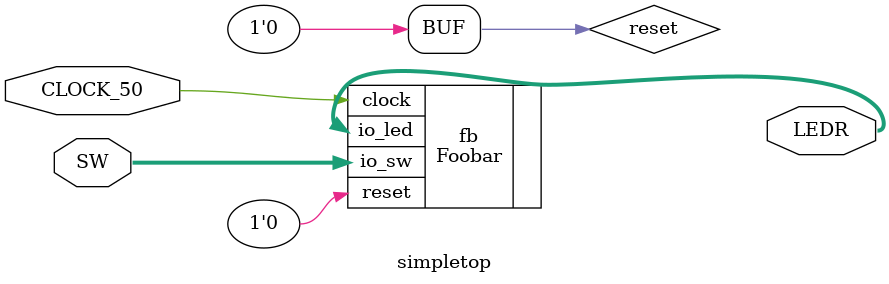
<source format=v>

module simpletop(
	   input  CLOCK_50,
	   input  [9:0] SW,
	   output [9:0] LEDR
	   );

   wire 		reset;
   
   assign reset = 1'h0;
   
   Foobar fb(.clock(CLOCK_50), .reset(reset),
	     .io_sw(SW[9:0]),  .io_led(LEDR[9:0]));
   
endmodule // simpletop

</source>
